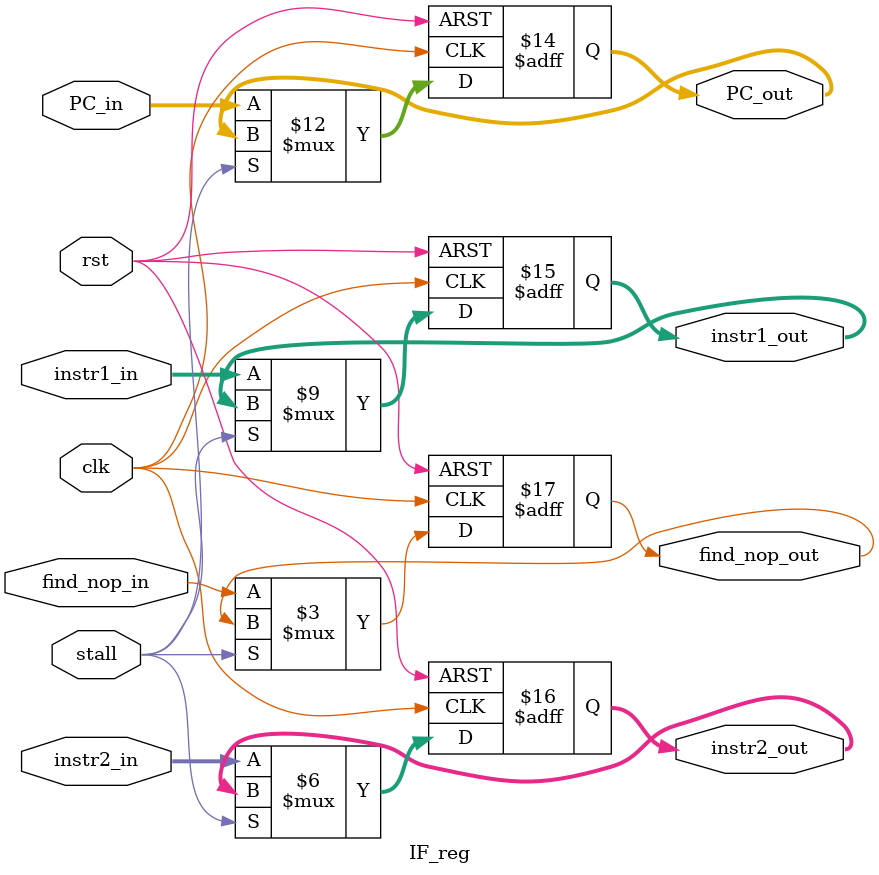
<source format=v>
module IF_reg(
  input clk,
  input rst,
  input [0:8] PC_in,
  input [0:31] instr1_in,
  input [0:31] instr2_in,
  input find_nop_in,
  input stall,

  output reg [0:8] PC_out,
  output reg [0:31] instr1_out,
  output reg [0:31] instr2_out,
  output reg find_nop_out
);

always @(posedge clk or posedge rst) begin
  if (rst) begin
    PC_out        <= 9'd0;
    instr1_out    <= 32'd0;
    instr2_out    <= 32'd0;
    find_nop_out  <= 1'b0;
  end else if (stall) begin
    // Hold the values
    PC_out        <= PC_out;
    instr1_out    <= instr1_out;
    instr2_out    <= instr2_out;
    find_nop_out  <= find_nop_out;
  end else begin
    // Update the values
    PC_out        <= PC_in;
    instr1_out    <= instr1_in;
    instr2_out    <= instr2_in;
    find_nop_out  <= find_nop_in;
  end
end

endmodule

</source>
